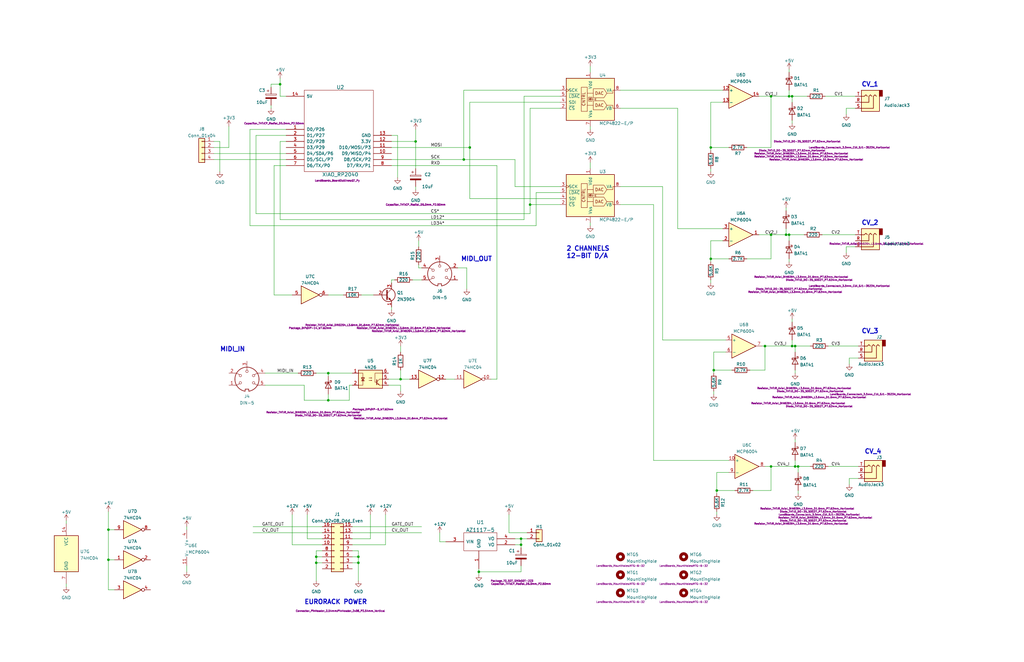
<source format=kicad_sch>
(kicad_sch (version 20211123) (generator eeschema)
  (paper "B")
  (title_block (title "SYNTH MIDI CONTROLLER") (date "2022-09-23") (rev "1") (company "LAND BOARDS LLC") (comment 1 "https://note.com/solder_state/n/n17e028497eba"))
  (junction (at 223.52 86.36))
  (junction (at 300.99 156.21))
  (junction (at 151.13 237.49))
  (junction (at 133.35 234.95))
  (junction (at 175.26 59.69))
  (junction (at 325.12 40.64))
  (junction (at 198.12 62.23))
  (junction (at 334.01 40.64))
  (junction (at 138.43 168.91))
  (junction (at 201.93 241.3))
  (junction (at 332.74 99.06))
  (junction (at 118.11 35.56))
  (junction (at 325.12 196.85))
  (junction (at 45.72 223.52))
  (junction (at 299.72 62.23))
  (junction (at 331.47 99.06))
  (junction (at 151.13 234.95))
  (junction (at 334.01 146.05))
  (junction (at 138.43 157.48))
  (junction (at 335.28 146.05))
  (junction (at 335.28 196.85))
  (junction (at 322.58 146.05))
  (junction (at 336.55 196.85))
  (junction (at 168.91 160.02))
  (junction (at 302.26 207.01))
  (junction (at 219.71 229.87))
  (junction (at 219.71 227.33))
  (junction (at 332.74 40.64))
  (junction (at 133.35 237.49))
  (junction (at 195.58 67.31))
  (junction (at 45.72 236.22))
  (junction (at 299.72 109.22))
  (junction (at 325.12 99.06))
  (wire (pts (xy 138.43 168.91) (xy 138.43 166.37)))
  (wire (pts (xy 279.4 78.74) (xy 279.4 143.51)))
  (wire (pts (xy 120.65 57.15) (xy 107.95 57.15)))
  (wire (pts (xy 123.19 217.17) (xy 123.19 229.87)))
  (wire (pts (xy 151.13 234.95) (xy 151.13 237.49)))
  (wire (pts (xy 163.83 162.56) (xy 168.91 162.56)))
  (wire (pts (xy 45.72 236.22) (xy 48.26 236.22)))
  (wire (pts (xy 217.17 227.33) (xy 219.71 227.33)))
  (wire (pts (xy 347.98 40.64) (xy 360.68 40.64)))
  (wire (pts (xy 128.27 168.91) (xy 138.43 168.91)))
  (wire (pts (xy 165.1 59.69) (xy 175.26 59.69)))
  (wire (pts (xy 148.59 229.87) (xy 162.56 229.87)))
  (wire (pts (xy 322.58 156.21) (xy 322.58 146.05)))
  (wire (pts (xy 308.61 156.21) (xy 300.99 156.21)))
  (wire (pts (xy 331.47 87.63) (xy 331.47 88.9)))
  (wire (pts (xy 92.71 59.69) (xy 92.71 72.39)))
  (wire (pts (xy 217.17 229.87) (xy 219.71 229.87)))
  (wire (pts (xy 147.32 168.91) (xy 147.32 162.56)))
  (wire (pts (xy 261.62 86.36) (xy 275.59 86.36)))
  (wire (pts (xy 299.72 109.22) (xy 299.72 101.6)))
  (wire (pts (xy 78.74 238.76) (xy 78.74 241.3)))
  (wire (pts (xy 335.28 146.05) (xy 335.28 148.59)))
  (wire (pts (xy 332.74 29.21) (xy 332.74 30.48)))
  (wire (pts (xy 196.85 113.03) (xy 196.85 121.92)))
  (wire (pts (xy 138.43 168.91) (xy 147.32 168.91)))
  (wire (pts (xy 356.87 45.72) (xy 360.68 45.72)))
  (wire (pts (xy 201.93 241.3) (xy 219.71 241.3)))
  (wire (pts (xy 114.3 45.72) (xy 114.3 44.45)))
  (wire (pts (xy 248.92 93.98) (xy 248.92 95.25)))
  (wire (pts (xy 148.59 222.25) (xy 177.8 222.25)))
  (wire (pts (xy 176.53 101.6) (xy 176.53 104.14)))
  (wire (pts (xy 152.4 124.46) (xy 157.48 124.46)))
  (wire (pts (xy 118.11 59.69) (xy 118.11 92.71)))
  (wire (pts (xy 27.94 246.38) (xy 27.94 247.65)))
  (wire (pts (xy 334.01 134.62) (xy 334.01 135.89)))
  (wire (pts (xy 261.62 78.74) (xy 279.4 78.74)))
  (wire (pts (xy 309.88 207.01) (xy 302.26 207.01)))
  (wire (pts (xy 307.34 109.22) (xy 299.72 109.22)))
  (wire (pts (xy 356.87 106.68) (xy 356.87 104.14)))
  (wire (pts (xy 176.53 113.03) (xy 177.8 113.03)))
  (wire (pts (xy 358.14 153.67) (xy 358.14 151.13)))
  (wire (pts (xy 335.28 194.31) (xy 335.28 196.85)))
  (wire (pts (xy 325.12 99.06) (xy 331.47 99.06)))
  (wire (pts (xy 168.91 162.56) (xy 168.91 165.1)))
  (wire (pts (xy 162.56 217.17) (xy 162.56 229.87)))
  (wire (pts (xy 185.42 228.6) (xy 187.96 228.6)))
  (wire (pts (xy 223.52 86.36) (xy 223.52 45.72)))
  (wire (pts (xy 135.89 229.87) (xy 123.19 229.87)))
  (wire (pts (xy 332.74 99.06) (xy 332.74 101.6)))
  (wire (pts (xy 107.95 57.15) (xy 107.95 90.17)))
  (wire (pts (xy 214.63 224.79) (xy 214.63 217.17)))
  (wire (pts (xy 118.11 40.64) (xy 118.11 35.56)))
  (wire (pts (xy 336.55 196.85) (xy 336.55 199.39)))
  (wire (pts (xy 317.5 207.01) (xy 325.12 207.01)))
  (wire (pts (xy 148.59 232.41) (xy 151.13 232.41)))
  (wire (pts (xy 336.55 196.85) (xy 341.63 196.85)))
  (wire (pts (xy 334.01 143.51) (xy 334.01 146.05)))
  (wire (pts (xy 118.11 35.56) (xy 118.11 33.02)))
  (wire (pts (xy 45.72 236.22) (xy 45.72 248.92)))
  (wire (pts (xy 325.12 40.64) (xy 332.74 40.64)))
  (wire (pts (xy 358.14 151.13) (xy 361.95 151.13)))
  (wire (pts (xy 118.11 59.69) (xy 120.65 59.69)))
  (wire (pts (xy 335.28 185.42) (xy 335.28 186.69)))
  (wire (pts (xy 45.72 215.9) (xy 45.72 223.52)))
  (wire (pts (xy 248.92 68.58) (xy 248.92 71.12)))
  (wire (pts (xy 299.72 118.11) (xy 299.72 119.38)))
  (wire (pts (xy 299.72 101.6) (xy 304.8 101.6)))
  (wire (pts (xy 217.17 67.31) (xy 195.58 67.31)))
  (wire (pts (xy 201.93 241.3) (xy 201.93 242.57)))
  (wire (pts (xy 118.11 40.64) (xy 120.65 40.64)))
  (wire (pts (xy 115.57 69.85) (xy 115.57 124.46)))
  (wire (pts (xy 106.68 222.25) (xy 135.89 222.25)))
  (wire (pts (xy 314.96 62.23) (xy 325.12 62.23)))
  (wire (pts (xy 321.31 146.05) (xy 322.58 146.05)))
  (wire (pts (xy 135.89 232.41) (xy 133.35 232.41)))
  (wire (pts (xy 147.32 162.56) (xy 148.59 162.56)))
  (wire (pts (xy 356.87 48.26) (xy 356.87 45.72)))
  (wire (pts (xy 198.12 83.82) (xy 198.12 62.23)))
  (wire (pts (xy 358.14 204.47) (xy 358.14 201.93)))
  (wire (pts (xy 48.26 248.92) (xy 45.72 248.92)))
  (wire (pts (xy 322.58 196.85) (xy 325.12 196.85)))
  (wire (pts (xy 45.72 223.52) (xy 45.72 236.22)))
  (wire (pts (xy 219.71 229.87) (xy 219.71 231.14)))
  (wire (pts (xy 135.89 227.33) (xy 129.54 227.33)))
  (wire (pts (xy 133.35 237.49) (xy 135.89 237.49)))
  (wire (pts (xy 118.11 35.56) (xy 114.3 35.56)))
  (wire (pts (xy 334.01 40.64) (xy 334.01 43.18)))
  (wire (pts (xy 299.72 43.18) (xy 304.8 43.18)))
  (wire (pts (xy 279.4 143.51) (xy 306.07 143.51)))
  (wire (pts (xy 138.43 157.48) (xy 138.43 158.75)))
  (wire (pts (xy 223.52 86.36) (xy 236.22 86.36)))
  (wire (pts (xy 168.91 160.02) (xy 172.72 160.02)))
  (wire (pts (xy 275.59 86.36) (xy 275.59 194.31)))
  (wire (pts (xy 332.74 110.49) (xy 332.74 109.22)))
  (wire (pts (xy 187.96 160.02) (xy 191.77 160.02)))
  (wire (pts (xy 115.57 124.46) (xy 123.19 124.46)))
  (wire (pts (xy 90.17 59.69) (xy 92.71 59.69)))
  (wire (pts (xy 285.75 96.52) (xy 304.8 96.52)))
  (wire (pts (xy 176.53 113.03) (xy 176.53 111.76)))
  (wire (pts (xy 165.1 67.31) (xy 195.58 67.31)))
  (wire (pts (xy 334.01 40.64) (xy 340.36 40.64)))
  (wire (pts (xy 151.13 232.41) (xy 151.13 234.95)))
  (wire (pts (xy 299.72 62.23) (xy 299.72 63.5)))
  (wire (pts (xy 236.22 83.82) (xy 198.12 83.82)))
  (wire (pts (xy 300.99 148.59) (xy 306.07 148.59)))
  (wire (pts (xy 165.1 69.85) (xy 209.55 69.85)))
  (wire (pts (xy 163.83 160.02) (xy 168.91 160.02)))
  (wire (pts (xy 148.59 224.79) (xy 177.8 224.79)))
  (wire (pts (xy 220.98 92.71) (xy 220.98 40.64)))
  (wire (pts (xy 90.17 64.77) (xy 120.65 64.77)))
  (wire (pts (xy 322.58 146.05) (xy 334.01 146.05)))
  (wire (pts (xy 275.59 194.31) (xy 307.34 194.31)))
  (wire (pts (xy 325.12 62.23) (xy 325.12 40.64)))
  (wire (pts (xy 335.28 196.85) (xy 336.55 196.85)))
  (wire (pts (xy 299.72 71.12) (xy 299.72 72.39)))
  (wire (pts (xy 133.35 157.48) (xy 138.43 157.48)))
  (wire (pts (xy 165.1 119.38) (xy 165.1 118.11)))
  (wire (pts (xy 302.26 199.39) (xy 307.34 199.39)))
  (wire (pts (xy 195.58 38.1) (xy 195.58 67.31)))
  (wire (pts (xy 133.35 232.41) (xy 133.35 234.95)))
  (wire (pts (xy 168.91 160.02) (xy 168.91 156.21)))
  (wire (pts (xy 165.1 57.15) (xy 167.64 57.15)))
  (wire (pts (xy 207.01 160.02) (xy 209.55 160.02)))
  (wire (pts (xy 261.62 38.1) (xy 304.8 38.1)))
  (wire (pts (xy 118.11 92.71) (xy 220.98 92.71)))
  (wire (pts (xy 138.43 124.46) (xy 144.78 124.46)))
  (wire (pts (xy 325.12 207.01) (xy 325.12 196.85)))
  (wire (pts (xy 107.95 90.17) (xy 223.52 90.17)))
  (wire (pts (xy 78.74 222.25) (xy 78.74 223.52)))
  (wire (pts (xy 198.12 43.18) (xy 236.22 43.18)))
  (wire (pts (xy 302.26 215.9) (xy 302.26 217.17)))
  (wire (pts (xy 217.17 78.74) (xy 217.17 67.31)))
  (wire (pts (xy 331.47 96.52) (xy 331.47 99.06)))
  (wire (pts (xy 175.26 80.01) (xy 175.26 78.74)))
  (wire (pts (xy 45.72 223.52) (xy 48.26 223.52)))
  (wire (pts (xy 325.12 196.85) (xy 335.28 196.85)))
  (wire (pts (xy 220.98 40.64) (xy 236.22 40.64)))
  (wire (pts (xy 105.41 95.25) (xy 226.06 95.25)))
  (wire (pts (xy 185.42 224.79) (xy 185.42 228.6)))
  (wire (pts (xy 332.74 40.64) (xy 334.01 40.64)))
  (wire (pts (xy 223.52 45.72) (xy 236.22 45.72)))
  (wire (pts (xy 248.92 53.34) (xy 248.92 54.61)))
  (wire (pts (xy 222.25 224.79) (xy 214.63 224.79)))
  (wire (pts (xy 105.41 54.61) (xy 105.41 95.25)))
  (wire (pts (xy 300.99 156.21) (xy 300.99 148.59)))
  (wire (pts (xy 165.1 129.54) (xy 165.1 130.81)))
  (wire (pts (xy 335.28 157.48) (xy 335.28 156.21)))
  (wire (pts (xy 133.35 237.49) (xy 133.35 245.11)))
  (wire (pts (xy 325.12 109.22) (xy 325.12 99.06)))
  (wire (pts (xy 226.06 95.25) (xy 226.06 81.28)))
  (wire (pts (xy 332.74 99.06) (xy 339.09 99.06)))
  (wire (pts (xy 331.47 99.06) (xy 332.74 99.06)))
  (wire (pts (xy 138.43 157.48) (xy 148.59 157.48)))
  (wire (pts (xy 314.96 109.22) (xy 325.12 109.22)))
  (wire (pts (xy 114.3 35.56) (xy 114.3 36.83)))
  (wire (pts (xy 156.21 227.33) (xy 156.21 217.17)))
  (wire (pts (xy 201.93 240.03) (xy 201.93 241.3)))
  (wire (pts (xy 111.76 162.56) (xy 128.27 162.56)))
  (wire (pts (xy 219.71 241.3) (xy 219.71 238.76)))
  (wire (pts (xy 219.71 227.33) (xy 222.25 227.33)))
  (wire (pts (xy 334.01 52.07) (xy 334.01 50.8)))
  (wire (pts (xy 358.14 201.93) (xy 361.95 201.93)))
  (wire (pts (xy 151.13 237.49) (xy 151.13 245.11)))
  (wire (pts (xy 334.01 146.05) (xy 335.28 146.05)))
  (wire (pts (xy 316.23 156.21) (xy 322.58 156.21)))
  (wire (pts (xy 349.25 196.85) (xy 361.95 196.85)))
  (wire (pts (xy 219.71 229.87) (xy 219.71 227.33)))
  (wire (pts (xy 302.26 207.01) (xy 302.26 208.28)))
  (wire (pts (xy 133.35 234.95) (xy 135.89 234.95)))
  (wire (pts (xy 175.26 54.61) (xy 175.26 59.69)))
  (wire (pts (xy 299.72 109.22) (xy 299.72 110.49)))
  (wire (pts (xy 320.04 40.64) (xy 325.12 40.64)))
  (wire (pts (xy 128.27 162.56) (xy 128.27 168.91)))
  (wire (pts (xy 133.35 234.95) (xy 133.35 237.49)))
  (wire (pts (xy 193.04 113.03) (xy 196.85 113.03)))
  (wire (pts (xy 148.59 237.49) (xy 151.13 237.49)))
  (wire (pts (xy 106.68 224.79) (xy 135.89 224.79)))
  (wire (pts (xy 120.65 54.61) (xy 105.41 54.61)))
  (wire (pts (xy 168.91 146.05) (xy 168.91 148.59)))
  (wire (pts (xy 300.99 165.1) (xy 300.99 166.37)))
  (wire (pts (xy 165.1 118.11) (xy 166.37 118.11)))
  (wire (pts (xy 302.26 207.01) (xy 302.26 199.39)))
  (wire (pts (xy 96.52 62.23) (xy 96.52 53.34)))
  (wire (pts (xy 165.1 62.23) (xy 198.12 62.23)))
  (wire (pts (xy 167.64 57.15) (xy 167.64 74.93)))
  (wire (pts (xy 236.22 78.74) (xy 217.17 78.74)))
  (wire (pts (xy 349.25 146.05) (xy 361.95 146.05)))
  (wire (pts (xy 223.52 86.36) (xy 223.52 90.17)))
  (wire (pts (xy 285.75 45.72) (xy 285.75 96.52)))
  (wire (pts (xy 320.04 99.06) (xy 325.12 99.06)))
  (wire (pts (xy 356.87 104.14) (xy 360.68 104.14)))
  (wire (pts (xy 261.62 45.72) (xy 285.75 45.72)))
  (wire (pts (xy 148.59 227.33) (xy 156.21 227.33)))
  (wire (pts (xy 299.72 62.23) (xy 299.72 43.18)))
  (wire (pts (xy 129.54 227.33) (xy 129.54 217.17)))
  (wire (pts (xy 336.55 208.28) (xy 336.55 207.01)))
  (wire (pts (xy 90.17 62.23) (xy 96.52 62.23)))
  (wire (pts (xy 148.59 234.95) (xy 151.13 234.95)))
  (wire (pts (xy 90.17 67.31) (xy 120.65 67.31)))
  (wire (pts (xy 300.99 156.21) (xy 300.99 157.48)))
  (wire (pts (xy 209.55 69.85) (xy 209.55 160.02)))
  (wire (pts (xy 125.73 157.48) (xy 111.76 157.48)))
  (wire (pts (xy 226.06 81.28) (xy 236.22 81.28)))
  (wire (pts (xy 120.65 69.85) (xy 115.57 69.85)))
  (wire (pts (xy 307.34 62.23) (xy 299.72 62.23)))
  (wire (pts (xy 335.28 146.05) (xy 341.63 146.05)))
  (wire (pts (xy 248.92 27.94) (xy 248.92 30.48)))
  (wire (pts (xy 175.26 71.12) (xy 175.26 59.69)))
  (wire (pts (xy 173.99 118.11) (xy 177.8 118.11)))
  (wire (pts (xy 332.74 38.1) (xy 332.74 40.64)))
  (wire (pts (xy 195.58 38.1) (xy 236.22 38.1)))
  (wire (pts (xy 198.12 43.18) (xy 198.12 62.23)))
  (wire (pts (xy 27.94 219.71) (xy 27.94 220.98)))
  (wire (pts (xy 346.71 99.06) (xy 360.68 99.06)))
  (text "CV_1" (at 363.22 36.83 0) (effects (font (size 1.905 1.905) (thickness 0.381) bold) (justify left bottom)))
  (text "CV_3" (at 363.22 140.97 0) (effects (font (size 1.905 1.905) (thickness 0.381) bold) (justify left bottom)))
  (text "MIDI_IN" (at 92.71 148.59 0) (effects (font (size 1.905 1.905) (thickness 0.381) bold) (justify left bottom)))
  (text "2 CHANNELS\n12-BIT D/A" (at 238.76 109.22 0) (effects (font (size 1.905 1.905) (thickness 0.381) bold) (justify left bottom)))
  (text "MIDI_OUT" (at 194.31 110.49 0) (effects (font (size 1.905 1.905) (thickness 0.381) bold) (justify left bottom)))
  (text "CV_4" (at 364.49 191.77 0) (effects (font (size 1.905 1.905) (thickness 0.381) bold) (justify left bottom)))
  (text "CV_2" (at 363.22 95.25 0) (effects (font (size 1.905 1.905) (thickness 0.381) bold) (justify left bottom)))
  (text "EURORACK POWER" (at 128.27 255.27 0) (effects (font (size 1.905 1.905) (thickness 0.381) bold) (justify left bottom)))
  (label "CV4" (at 350.52 196.85 0))
  (label "CV2_I" (at 322.58 99.06 0))
  (label "GATE_OUT" (at 110.49 222.25 0))
  (label "RXD" (at 181.61 69.85 0))
  (label "MIDI_IN" (at 116.84 157.48 0))
  (label "CV3" (at 350.52 146.05 0))
  (label "CV_OUT" (at 165.1 224.79 0))
  (label "LD12*" (at 181.61 92.71 0))
  (label "CV_OUT" (at 110.49 224.79 0))
  (label "MOSI" (at 181.61 62.23 0))
  (label "CV4_I" (at 327.66 196.85 0))
  (label "CV3_I" (at 326.39 146.05 0))
  (label "SCK" (at 181.61 67.31 0))
  (label "CV1_I" (at 322.58 40.64 0))
  (label "CV1" (at 351.79 40.64 0))
  (label "CV2" (at 350.52 99.06 0))
  (label "CS*" (at 181.61 90.17 0))
  (label "GATE_OUT" (at 165.1 222.25 0))
  (label "LD34*" (at 181.61 95.25 0))
  (symbol (lib_id "power:GND") (at 167.64 74.93 0) (unit 1)
    (property "Reference" "#PWR0105" (effects hide))
    (property "Value" "GND" (at 167.64 79.4925 0))
  )
  (symbol (lib_id "Device:R") (at 313.69 207.01 90) (unit 1)
    (property "Reference" "R11" (at 313.69 204.47 90))
    (property "Value" "2.7K" (at 313.69 207.01 90))
    (property "Footprint" "Resistor_THT:R_Axial_DIN0204_L3.6mm_D1.6mm_P7.62mm_Horizontal" (at 337.82 220.98 90) (effects (font (size 0.762 0.762))))
    (property "Datasheet" "https://www.mouser.com/ProductDetail/Xicon/299-2.2K-RC?qs=QaPBMFBEHz3RDbXknTj%252ByA%3D%3D" (effects hide))
  )
  (symbol (lib_id "Device:R") (at 311.15 109.22 90) (unit 1)
    (property "Reference" "R6" (at 311.15 106.68 90))
    (property "Value" "2.7K" (at 311.15 109.22 90))
    (property "Footprint" "Resistor_THT:R_Axial_DIN0204_L3.6mm_D1.6mm_P7.62mm_Horizontal" (at 335.28 123.19 90) (effects (font (size 0.762 0.762))))
    (property "Datasheet" "https://www.mouser.com/ProductDetail/Xicon/299-2.2K-RC?qs=QaPBMFBEHz3RDbXknTj%252ByA%3D%3D" (effects hide))
  )
  (symbol (lib_id "74xx:74HC04") (at 180.34 160.02 0) (unit 6)
    (property "Reference" "U7" (at 180.34 152.2435 0))
    (property "Value" "74HC04" (at 180.34 155.0186 0))
    (property "Datasheet" "https://assets.nexperia.com/documents/data-sheet/74HC_HCT04.pdf" (effects hide))
  )
  (symbol (lib_id "Device:D_Schottky") (at 332.74 105.41 270) (unit 1)
    (property "Reference" "D4" (at 334.772 104.184 90) (effects (justify left)))
    (property "Value" "BAT41" (at 334.772 106.9591 90) (effects (justify left)))
    (property "Footprint" "Diode_THT:D_DO-35_SOD27_P7.62mm_Horizontal" (at 332.74 121.92 90) (effects (font (size 0.762 0.762))))
  )
  (symbol (lib_id "power:+5V") (at 176.53 101.6 0) (unit 1)
    (property "Reference" "#PWR0107" (effects hide))
    (property "Value" "+5V" (at 176.53 97.9955 0))
  )
  (symbol (lib_id "Analog_DAC:MCP4822") (at 248.92 40.64 0) (unit 1)
    (property "Reference" "U4" (at 252.73 31.75 0) (effects (justify left)))
    (property "Value" "MCP4822-E/P" (at 252.73 52.07 0) (effects (justify left)))
    (property "Footprint" "Package_DIP:DIP-8_W7.62mm" (effects hide))
    (property "Datasheet" "http://ww1.microchip.com/downloads/en/DeviceDoc/20002249B.pdf" (effects hide))
  )
  (symbol (lib_id "power:GND") (at 196.85 121.92 0) (unit 1)
    (property "Reference" "#PWR0136" (effects hide))
    (property "Value" "GND" (at 196.85 126.4825 0))
  )
  (symbol (lib_id "Device:C_Polarized") (at 219.71 234.95 0) (unit 1)
    (property "Reference" "C1" (at 215.9 232.41 0))
    (property "Value" "10uF" (at 215.9 237.49 0))
    (property "Footprint" "Capacitor_THT:CP_Radial_D5.0mm_P2.50mm" (at 219.71 246.38 0) (effects (font (size 0.762 0.762))))
    (property "Datasheet" "https://www.mouser.com/ProductDetail/140-REA470M1CBK0511P" (effects hide))
  )
  (symbol (lib_id "power:+5V") (at 334.01 134.62 0) (unit 1)
    (property "Reference" "#PWR0110" (effects hide))
    (property "Value" "+5V" (at 334.01 131.0155 0))
  )
  (symbol (lib_id "Analog_DAC:MCP4822") (at 248.92 81.28 0) (unit 1)
    (property "Reference" "U3" (at 252.73 72.39 0) (effects (justify left)))
    (property "Value" "MCP4822-E/P" (at 252.73 92.71 0) (effects (justify left)))
    (property "Footprint" "Package_DIP:DIP-8_W7.62mm" (effects hide))
    (property "Datasheet" "http://ww1.microchip.com/downloads/en/DeviceDoc/20002249B.pdf" (effects hide))
  )
  (symbol (lib_id "Device:R") (at 129.54 157.48 90) (unit 1)
    (property "Reference" "R13" (at 129.54 154.94 90))
    (property "Value" "220" (at 129.54 157.48 90))
    (property "Footprint" "Resistor_THT:R_Axial_DIN0204_L3.6mm_D1.6mm_P7.62mm_Horizontal" (at 132.08 173.99 90) (effects (font (size 0.762 0.762))))
    (property "Datasheet" "https://www.mouser.com/ProductDetail/Xicon/299-2.2K-RC?qs=QaPBMFBEHz3RDbXknTj%252ByA%3D%3D" (effects hide))
  )
  (symbol (lib_id "power:GND") (at 133.35 245.11 0) (unit 1)
    (property "Reference" "#PWR0125" (effects hide))
    (property "Value" "GND" (at 133.35 249.6725 0))
  )
  (symbol (lib_id "power:GND") (at 201.93 242.57 0) (unit 1)
    (property "Reference" "#PWR0135" (effects hide))
    (property "Value" "GND" (at 201.93 247.1325 0))
  )
  (symbol (lib_id "Device:C_Polarized") (at 114.3 40.64 0) (unit 1)
    (property "Reference" "C3" (at 110.49 38.1 0))
    (property "Value" "10uF" (at 110.49 43.18 0))
    (property "Footprint" "Capacitor_THT:CP_Radial_D5.0mm_P2.50mm" (at 115.57 52.07 0) (effects (font (size 0.762 0.762))))
    (property "Datasheet" "https://www.mouser.com/ProductDetail/140-REA470M1CBK0511P" (effects hide))
  )
  (symbol (lib_id "power:GND") (at 358.14 204.47 0) (unit 1)
    (property "Reference" "#PWR0131" (effects hide))
    (property "Value" "GND" (at 358.14 209.0325 0))
  )
  (symbol (lib_id "Connector_Generic:Conn_01x04") (at 85.09 62.23 0) (mirror y) (unit 1)
    (property "Reference" "J8" (at 85.09 54.4535 0))
    (property "Value" "Conn_01x04" (at 85.09 57.2286 0))
  )
  (symbol (lib_id "power:+5V") (at 214.63 217.17 0) (unit 1)
    (property "Reference" "#PWR0134" (effects hide))
    (property "Value" "+5V" (at 214.63 213.5655 0))
  )
  (symbol (lib_id "Connector:DIN-5") (at 104.14 160.02 0) (unit 1)
    (property "Reference" "J4" (at 104.1401 167.2495 0))
    (property "Value" "DIN-5" (at 104.1401 170.0246 0))
    (property "Footprint" "LandBoards_Conns:MIDI_DIN-5" (effects hide))
    (property "Datasheet" "http://www.mouser.com/ds/2/18/40_c091_abd_e-75918.pdf" (effects hide))
  )
  (symbol (lib_id "Amplifier_Operational:MCP6004") (at 312.42 99.06 0) (unit 1)
    (property "Reference" "U6" (at 312.42 90.0135 0))
    (property "Value" "MCP6004" (at 312.42 92.7886 0))
    (property "Footprint" "Package_DIP:DIP-14_W7.62mm" (effects hide))
    (property "Datasheet" "http://ww1.microchip.com/downloads/en/DeviceDoc/21733j.pdf" (effects hide))
  )
  (symbol (lib_id "Mechanical:MountingHole") (at 261.62 242.57 0) (unit 1)
    (property "Reference" "MTG1" (at 264.16 241.6615 0) (effects (justify left)))
    (property "Value" "MountingHole" (at 264.16 244.4366 0) (effects (justify left)))
    (property "Footprint" "LandBoards_MountHoles:MTG-6-32" (at 261.62 246.38 0) (effects (font (size 0.762 0.762))))
  )
  (symbol (lib_id "Amplifier_Operational:MCP6004") (at 81.28 231.14 0) (unit 5)
    (property "Reference" "U6" (at 79.375 230.2315 0) (effects (justify left)))
    (property "Value" "MCP6004" (at 79.375 233.0066 0) (effects (justify left)))
    (property "Footprint" "Package_DIP:DIP-14_W7.62mm" (effects hide))
    (property "Datasheet" "http://ww1.microchip.com/downloads/en/DeviceDoc/21733j.pdf" (effects hide))
  )
  (symbol (lib_id "power:GND") (at 300.99 166.37 0) (unit 1)
    (property "Reference" "#PWR0143" (effects hide))
    (property "Value" "GND" (at 300.99 170.9325 0))
  )
  (symbol (lib_id "Device:R") (at 170.18 118.11 90) (unit 1)
    (property "Reference" "R16" (at 170.18 115.57 90))
    (property "Value" "220" (at 170.18 118.11 90))
    (property "Footprint" "Resistor_THT:R_Axial_DIN0204_L3.6mm_D1.6mm_P7.62mm_Horizontal" (at 170.18 138.43 90) (effects (font (size 0.762 0.762))))
    (property "Datasheet" "https://www.mouser.com/ProductDetail/Xicon/299-2.2K-RC?qs=QaPBMFBEHz3RDbXknTj%252ByA%3D%3D" (effects hide))
  )
  (symbol (lib_id "Device:D_Schottky") (at 331.47 92.71 270) (unit 1)
    (property "Reference" "D3" (at 333.502 91.484 90) (effects (justify left)))
    (property "Value" "BAT41" (at 333.502 94.2591 90) (effects (justify left)))
    (property "Footprint" "Diode_THT:D_DO-35_SOD27_P7.62mm_Horizontal" (at 345.44 118.11 90) (effects (font (size 0.762 0.762))))
  )
  (symbol (lib_id "power:GND") (at 358.14 153.67 0) (unit 1)
    (property "Reference" "#PWR0112" (effects hide))
    (property "Value" "GND" (at 358.14 158.2325 0))
  )
  (symbol (lib_id "power:+5V") (at 45.72 215.9 0) (unit 1)
    (property "Reference" "#PWR0132" (effects hide))
    (property "Value" "+5V" (at 45.72 212.2955 0))
  )
  (symbol (lib_id "power:+5V") (at 331.47 87.63 0) (unit 1)
    (property "Reference" "#PWR0103" (effects hide))
    (property "Value" "+5V" (at 331.47 84.0255 0))
  )
  (symbol (lib_id "power:GND") (at 248.92 95.25 0) (unit 1)
    (property "Reference" "#PWR0144" (effects hide))
    (property "Value" "GND" (at 248.92 99.8125 0))
  )
  (symbol (lib_id "Device:R") (at 345.44 146.05 90) (unit 1)
    (property "Reference" "R3" (at 345.44 143.51 90))
    (property "Value" "220" (at 345.44 146.05 90))
    (property "Footprint" "Resistor_THT:R_Axial_DIN0204_L3.6mm_D1.6mm_P7.62mm_Horizontal" (at 345.44 167.64 90) (effects (font (size 0.762 0.762))))
    (property "Datasheet" "https://www.mouser.com/ProductDetail/Xicon/299-2.2K-RC?qs=QaPBMFBEHz3RDbXknTj%252ByA%3D%3D" (effects hide))
  )
  (symbol (lib_id "Device:D_Schottky") (at 334.01 46.99 270) (unit 1)
    (property "Reference" "D2" (at 336.042 45.764 90) (effects (justify left)))
    (property "Value" "BAT41" (at 336.042 48.5391 90) (effects (justify left)))
    (property "Footprint" "Diode_THT:D_DO-35_SOD27_P7.62mm_Horizontal" (at 334.01 63.5 90) (effects (font (size 0.762 0.762))))
  )
  (symbol (lib_id "Connector:AudioJack3") (at 365.76 43.18 180) (unit 1)
    (property "Reference" "J7" (at 372.8719 41.6365 0) (effects (justify right)))
    (property "Value" "AudioJack3" (at 372.8719 44.4116 0) (effects (justify right)))
    (property "Footprint" "LandBoards_Conns:Jack_3.5mm_CUI_SJ1-3523N_Horizontal" (at 358.14 62.23 0) (effects (font (size 0.762 0.762))))
    (property "Datasheet" "https://www.mouser.com/ProductDetail/490-SJ1-3523N" (effects hide))
  )
  (symbol (lib_id "power:+12V") (at 123.19 217.17 0) (unit 1)
    (property "Reference" "#PWR0129" (effects hide))
    (property "Value" "+12V" (at 123.19 213.5655 0))
  )
  (symbol (lib_id "Amplifier_Operational:MCP6004") (at 314.96 196.85 0) (unit 3)
    (property "Reference" "U6" (at 314.96 187.8035 0))
    (property "Value" "MCP6004" (at 314.96 190.5786 0))
    (property "Footprint" "Package_DIP:DIP-14_W7.62mm" (effects hide))
    (property "Datasheet" "http://ww1.microchip.com/downloads/en/DeviceDoc/21733j.pdf" (effects hide))
  )
  (symbol (lib_id "Isolator:4N26") (at 156.21 160.02 0) (unit 1)
    (property "Reference" "U5" (at 156.21 152.2435 0))
    (property "Value" "4N26" (at 156.21 155.0186 0))
    (property "Footprint" "Package_DIP:DIP-6_W7.62mm" (at 148.59 172.72 0) (effects (font (size 0.762 0.762) italic) (justify left)))
    (property "Datasheet" "https://www.vishay.com/docs/83725/4n25.pdf" (effects hide))
  )
  (symbol (lib_id "Mechanical:MountingHole") (at 288.29 242.57 0) (unit 1)
    (property "Reference" "MTG2" (at 290.83 241.6615 0) (effects (justify left)))
    (property "Value" "MountingHole" (at 290.83 244.4366 0) (effects (justify left)))
    (property "Footprint" "LandBoards_MountHoles:MTG-6-32" (at 288.29 246.38 0) (effects (font (size 0.762 0.762))))
  )
  (symbol (lib_id "Transistor_BJT:2N3904") (at 162.56 124.46 0) (unit 1)
    (property "Reference" "Q1" (at 167.4113 123.5515 0) (effects (justify left)))
    (property "Value" "2N3904" (at 167.4113 126.3266 0) (effects (justify left)))
    (property "Footprint" "Package_TO_SOT_THT:TO-92_Inline" (effects hide))
    (property "Datasheet" "https://www.onsemi.com/pub/Collateral/2N3903-D.PDF" (effects hide))
  )
  (symbol (lib_id "Device:D_Schottky") (at 138.43 162.56 270) (unit 1)
    (property "Reference" "D9" (at 140.97 161.29 90) (effects (justify left)))
    (property "Value" "BAT41" (at 140.97 163.83 90) (effects (justify left)))
    (property "Footprint" "Diode_THT:D_DO-35_SOD27_P7.62mm_Horizontal" (at 138.43 175.26 90) (effects (font (size 0.762 0.762))))
  )
  (symbol (lib_id "LandBoards_Semis:AP1117") (at 204.47 227.33 0) (unit 1)
    (property "Reference" "U1" (at 202.565 220.3861 0) (effects (font (size 1.524 1.524))))
    (property "Value" "AZ1117-5" (at 202.565 223.6651 0) (effects (font (size 1.524 1.524))))
    (property "Footprint" "Package_TO_SOT_SMD:SOT-223" (at 215.9 245.11 0) (effects (font (size 0.762 0.762))))
  )
  (symbol (lib_id "Device:R") (at 311.15 62.23 90) (unit 1)
    (property "Reference" "R7" (at 311.15 64.77 90))
    (property "Value" "2.7K" (at 311.15 62.23 90))
    (property "Footprint" "Resistor_THT:R_Axial_DIN0204_L3.6mm_D1.6mm_P7.62mm_Horizontal" (at 337.82 66.04 90) (effects (font (size 0.762 0.762))))
    (property "Datasheet" "https://www.mouser.com/ProductDetail/Xicon/299-2.2K-RC?qs=QaPBMFBEHz3RDbXknTj%252ByA%3D%3D" (effects hide))
  )
  (symbol (lib_id "Connector_Generic:Conn_01x02") (at 227.33 224.79 0) (unit 1)
    (property "Reference" "H1" (at 226.06 222.25 0) (effects (justify left)))
    (property "Value" "Conn_01x02" (at 224.79 229.87 0) (effects (justify left)))
    (property "Footprint" "Connector_PinHeader_2.54mm:PinHeader_1x02_P2.54mm_Vertical" (effects hide))
  )
  (symbol (lib_id "power:GND") (at 92.71 72.39 0) (unit 1)
    (property "Reference" "#PWR0108" (effects hide))
    (property "Value" "GND" (at 92.71 76.9525 0))
  )
  (symbol (lib_id "Device:R") (at 300.99 161.29 180) (unit 1)
    (property "Reference" "R9" (at 303.53 161.29 90))
    (property "Value" "5.6K" (at 300.99 161.29 90))
    (property "Footprint" "Resistor_THT:R_Axial_DIN0204_L3.6mm_D1.6mm_P7.62mm_Horizontal" (at 339.09 163.83 0) (effects (font (size 0.762 0.762))))
    (property "Datasheet" "https://www.mouser.com/ProductDetail/Xicon/299-2.2K-RC?qs=QaPBMFBEHz3RDbXknTj%252ByA%3D%3D" (effects hide))
  )
  (symbol (lib_id "Device:R") (at 176.53 107.95 180) (unit 1)
    (property "Reference" "R15" (at 173.99 107.95 90))
    (property "Value" "220" (at 176.53 107.95 90))
    (property "Footprint" "Resistor_THT:R_Axial_DIN0204_L3.6mm_D1.6mm_P7.62mm_Horizontal" (at 176.53 139.7 0) (effects (font (size 0.762 0.762))))
    (property "Datasheet" "https://www.mouser.com/ProductDetail/Xicon/299-2.2K-RC?qs=QaPBMFBEHz3RDbXknTj%252ByA%3D%3D" (effects hide))
  )
  (symbol (lib_id "power:GND") (at 335.28 157.48 0) (unit 1)
    (property "Reference" "#PWR0113" (effects hide))
    (property "Value" "GND" (at 335.28 162.0425 0))
  )
  (symbol (lib_id "Device:R") (at 299.72 114.3 180) (unit 1)
    (property "Reference" "R5" (at 302.26 114.3 90))
    (property "Value" "5.6K" (at 299.72 114.3 90))
    (property "Footprint" "Resistor_THT:R_Axial_DIN0204_L3.6mm_D1.6mm_P7.62mm_Horizontal" (at 337.82 116.84 0) (effects (font (size 0.762 0.762))))
    (property "Datasheet" "https://www.mouser.com/ProductDetail/Xicon/299-2.2K-RC?qs=QaPBMFBEHz3RDbXknTj%252ByA%3D%3D" (effects hide))
  )
  (symbol (lib_id "power:GND") (at 302.26 217.17 0) (unit 1)
    (property "Reference" "#PWR0146" (effects hide))
    (property "Value" "GND" (at 302.26 221.7325 0))
  )
  (symbol (lib_id "Device:R") (at 168.91 152.4 180) (unit 1)
    (property "Reference" "R14" (at 166.37 152.4 90))
    (property "Value" "1K" (at 168.91 152.4 90))
    (property "Footprint" "Resistor_THT:R_Axial_DIN0204_L3.6mm_D1.6mm_P7.62mm_Horizontal" (at 168.91 176.53 0) (effects (font (size 0.762 0.762))))
    (property "Datasheet" "https://www.mouser.com/ProductDetail/Xicon/299-2.2K-RC?qs=QaPBMFBEHz3RDbXknTj%252ByA%3D%3D" (effects hide))
  )
  (symbol (lib_id "power:GND") (at 27.94 247.65 0) (unit 1)
    (property "Reference" "#PWR0141" (effects hide))
    (property "Value" "GND" (at 27.94 252.2125 0))
  )
  (symbol (lib_id "Connector:DIN-5") (at 185.42 115.57 0) (mirror y) (unit 1)
    (property "Reference" "J6" (at 185.4199 122.7995 0))
    (property "Value" "DIN-5" (at 185.4199 125.5746 0))
    (property "Footprint" "LandBoards_Conns:MIDI_DIN-5" (effects hide))
    (property "Datasheet" "http://www.mouser.com/ds/2/18/40_c091_abd_e-75918.pdf" (effects hide))
  )
  (symbol (lib_id "power:GND") (at 356.87 106.68 0) (unit 1)
    (property "Reference" "#PWR0102" (effects hide))
    (property "Value" "GND" (at 356.87 111.2425 0))
  )
  (symbol (lib_id "power:GND") (at 299.72 119.38 0) (unit 1)
    (property "Reference" "#PWR0109" (effects hide))
    (property "Value" "GND" (at 299.72 123.9425 0))
  )
  (symbol (lib_id "Connector:AudioJack3") (at 367.03 148.59 180) (unit 1)
    (property "Reference" "J2" (at 369.57 142.24 0) (effects (justify right)))
    (property "Value" "AudioJack3" (at 361.95 153.67 0) (effects (justify right)))
    (property "Footprint" "LandBoards_Conns:Jack_3.5mm_CUI_SJ1-3523N_Horizontal" (at 367.03 166.37 0) (effects (font (size 0.762 0.762))))
    (property "Datasheet" "https://www.mouser.com/ProductDetail/490-SJ1-3523N" (effects hide))
  )
  (symbol (lib_id "74xx:74HC04") (at 55.88 248.92 0) (unit 2)
    (property "Reference" "U7" (at 55.88 241.1435 0))
    (property "Value" "74HC04" (at 55.88 243.9186 0))
    (property "Datasheet" "https://assets.nexperia.com/documents/data-sheet/74HC_HCT04.pdf" (effects hide))
  )
  (symbol (lib_id "Mechanical:MountingHole") (at 261.62 250.19 0) (unit 1)
    (property "Reference" "MTG3" (at 264.16 249.2815 0) (effects (justify left)))
    (property "Value" "MountingHole" (at 264.16 252.0566 0) (effects (justify left)))
    (property "Footprint" "LandBoards_MountHoles:MTG-6-32" (at 261.62 254 0) (effects (font (size 0.762 0.762))))
  )
  (symbol (lib_id "Device:R") (at 345.44 196.85 90) (unit 1)
    (property "Reference" "R4" (at 345.44 194.31 90))
    (property "Value" "220" (at 345.44 196.85 90))
    (property "Footprint" "Resistor_THT:R_Axial_DIN0204_L3.6mm_D1.6mm_P7.62mm_Horizontal" (at 347.98 218.44 90) (effects (font (size 0.762 0.762))))
    (property "Datasheet" "https://www.mouser.com/ProductDetail/Xicon/299-2.2K-RC?qs=QaPBMFBEHz3RDbXknTj%252ByA%3D%3D" (effects hide))
  )
  (symbol (lib_id "power:+5V") (at 118.11 33.02 0) (unit 1)
    (property "Reference" "#PWR0118" (effects hide))
    (property "Value" "+5V" (at 118.11 29.4155 0))
  )
  (symbol (lib_id "Device:R") (at 299.72 67.31 180) (unit 1)
    (property "Reference" "R8" (at 302.26 67.31 90))
    (property "Value" "5.6K" (at 299.72 67.31 90))
    (property "Footprint" "Resistor_THT:R_Axial_DIN0204_L3.6mm_D1.6mm_P7.62mm_Horizontal" (at 337.82 64.77 0) (effects (font (size 0.762 0.762))))
    (property "Datasheet" "https://www.mouser.com/ProductDetail/Xicon/299-2.2K-RC?qs=QaPBMFBEHz3RDbXknTj%252ByA%3D%3D" (effects hide))
  )
  (symbol (lib_id "power:GND") (at 168.91 165.1 0) (unit 1)
    (property "Reference" "#PWR0137" (effects hide))
    (property "Value" "GND" (at 168.91 169.6625 0))
  )
  (symbol (lib_id "power:+3.3V") (at 96.52 53.34 0) (unit 1)
    (property "Reference" "#PWR0111" (effects hide))
    (property "Value" "+3.3V" (at 96.52 49.7355 0))
  )
  (symbol (lib_id "power:GND") (at 165.1 130.81 0) (mirror y) (unit 1)
    (property "Reference" "#PWR0106" (effects hide))
    (property "Value" "GND" (at 165.1 135.3725 0))
  )
  (symbol (lib_id "74xx:74HC04") (at 55.88 223.52 0) (unit 4)
    (property "Reference" "U7" (at 55.88 215.7435 0))
    (property "Value" "74HC04" (at 55.88 218.5186 0))
    (property "Datasheet" "https://assets.nexperia.com/documents/data-sheet/74HC_HCT04.pdf" (effects hide))
  )
  (symbol (lib_id "74xx:74HC04") (at 55.88 236.22 0) (unit 1)
    (property "Reference" "U7" (at 55.88 228.4435 0))
    (property "Value" "74HC04" (at 55.88 231.2186 0))
    (property "Datasheet" "https://assets.nexperia.com/documents/data-sheet/74HC_HCT04.pdf" (effects hide))
  )
  (symbol (lib_id "Device:C_Polarized") (at 175.26 74.93 0) (unit 1)
    (property "Reference" "C2" (at 180.34 73.66 0))
    (property "Value" "10uF" (at 180.34 78.74 0))
    (property "Footprint" "Capacitor_THT:CP_Radial_D5.0mm_P2.50mm" (at 175.26 86.36 0) (effects (font (size 0.762 0.762))))
    (property "Datasheet" "https://www.mouser.com/ProductDetail/140-REA470M1CBK0511P" (effects hide))
  )
  (symbol (lib_id "Amplifier_Operational:MCP6004") (at 313.69 146.05 0) (unit 2)
    (property "Reference" "U6" (at 313.69 137.0035 0))
    (property "Value" "MCP6004" (at 313.69 139.7786 0))
    (property "Footprint" "Package_DIP:DIP-14_W7.62mm" (effects hide))
    (property "Datasheet" "http://ww1.microchip.com/downloads/en/DeviceDoc/21733j.pdf" (effects hide))
  )
  (symbol (lib_id "Device:R") (at 302.26 212.09 180) (unit 1)
    (property "Reference" "R12" (at 304.8 212.09 90))
    (property "Value" "5.6K" (at 302.26 212.09 90))
    (property "Footprint" "Resistor_THT:R_Axial_DIN0204_L3.6mm_D1.6mm_P7.62mm_Horizontal" (at 340.36 214.63 0) (effects (font (size 0.762 0.762))))
    (property "Datasheet" "https://www.mouser.com/ProductDetail/Xicon/299-2.2K-RC?qs=QaPBMFBEHz3RDbXknTj%252ByA%3D%3D" (effects hide))
  )
  (symbol (lib_id "power:GND") (at 175.26 80.01 0) (unit 1)
    (property "Reference" "#PWR0104" (effects hide))
    (property "Value" "GND" (at 175.26 84.5725 0))
  )
  (symbol (lib_id "power:GND") (at 334.01 52.07 0) (unit 1)
    (property "Reference" "#PWR0120" (effects hide))
    (property "Value" "GND" (at 334.01 56.6325 0))
  )
  (symbol (lib_id "power:GND") (at 151.13 245.11 0) (unit 1)
    (property "Reference" "#PWR0124" (effects hide))
    (property "Value" "GND" (at 151.13 249.6725 0))
  )
  (symbol (lib_id "power:+3.3V") (at 248.92 27.94 0) (unit 1)
    (property "Reference" "#PWR0139" (effects hide))
    (property "Value" "+3.3V" (at 248.92 24.13 0))
  )
  (symbol (lib_id "Connector:AudioJack3") (at 367.03 199.39 180) (unit 1)
    (property "Reference" "J3" (at 369.57 193.04 0) (effects (justify right)))
    (property "Value" "AudioJack3" (at 361.95 204.47 0) (effects (justify right)))
    (property "Footprint" "LandBoards_Conns:Jack_3.5mm_CUI_SJ1-3523N_Horizontal" (at 345.44 217.17 0) (effects (font (size 0.762 0.762))))
    (property "Datasheet" "https://www.mouser.com/ProductDetail/490-SJ1-3523N" (effects hide))
  )
  (symbol (lib_id "power:+5V") (at 129.54 217.17 0) (unit 1)
    (property "Reference" "#PWR0128" (effects hide))
    (property "Value" "+5V" (at 129.54 213.5655 0))
  )
  (symbol (lib_id "Mechanical:MountingHole") (at 288.29 250.19 0) (unit 1)
    (property "Reference" "MTG4" (at 290.83 249.2815 0) (effects (justify left)))
    (property "Value" "MountingHole" (at 290.83 252.0566 0) (effects (justify left)))
    (property "Footprint" "LandBoards_MountHoles:MTG-6-32" (at 288.29 254 0) (effects (font (size 0.762 0.762))))
  )
  (symbol (lib_id "Device:R") (at 342.9 99.06 90) (unit 1)
    (property "Reference" "R2" (at 342.9 96.52 90))
    (property "Value" "220" (at 342.9 99.06 90))
    (property "Footprint" "Resistor_THT:R_Axial_DIN0204_L3.6mm_D1.6mm_P7.62mm_Horizontal" (at 369.57 102.87 90) (effects (font (size 0.762 0.762))))
    (property "Datasheet" "https://www.mouser.com/ProductDetail/Xicon/299-2.2K-RC?qs=QaPBMFBEHz3RDbXknTj%252ByA%3D%3D" (effects hide))
  )
  (symbol (lib_id "power:GND") (at 248.92 54.61 0) (unit 1)
    (property "Reference" "#PWR0140" (effects hide))
    (property "Value" "GND" (at 248.92 59.1725 0))
  )
  (symbol (lib_id "Amplifier_Operational:MCP6004") (at 312.42 40.64 0) (unit 4)
    (property "Reference" "U6" (at 312.42 31.5935 0))
    (property "Value" "MCP6004" (at 312.42 34.3686 0))
    (property "Footprint" "Package_DIP:DIP-14_W7.62mm" (effects hide))
    (property "Datasheet" "http://ww1.microchip.com/downloads/en/DeviceDoc/21733j.pdf" (effects hide))
  )
  (symbol (lib_id "74xx:74HC04") (at 27.94 233.68 0) (mirror y) (unit 7)
    (property "Reference" "U7" (at 33.782 232.7715 0) (effects (justify right)))
    (property "Value" "74HC04" (at 33.782 235.5466 0) (effects (justify right)))
    (property "Datasheet" "https://assets.nexperia.com/documents/data-sheet/74HC_HCT04.pdf" (effects hide))
  )
  (symbol (lib_id "Mechanical:MountingHole") (at 261.62 234.95 0) (unit 1)
    (property "Reference" "MTG5" (at 264.16 234.0415 0) (effects (justify left)))
    (property "Value" "MountingHole" (at 264.16 236.8166 0) (effects (justify left)))
    (property "Footprint" "LandBoards_MountHoles:MTG-6-32" (at 261.62 238.76 0) (effects (font (size 0.762 0.762))))
  )
  (symbol (lib_id "Device:R") (at 312.42 156.21 90) (unit 1)
    (property "Reference" "R10" (at 312.42 153.67 90))
    (property "Value" "2.7K" (at 312.42 156.21 90))
    (property "Footprint" "Resistor_THT:R_Axial_DIN0204_L3.6mm_D1.6mm_P7.62mm_Horizontal" (at 336.55 170.18 90) (effects (font (size 0.762 0.762))))
    (property "Datasheet" "https://www.mouser.com/ProductDetail/Xicon/299-2.2K-RC?qs=QaPBMFBEHz3RDbXknTj%252ByA%3D%3D" (effects hide))
  )
  (symbol (lib_id "Device:D_Schottky") (at 336.55 203.2 270) (unit 1)
    (property "Reference" "D8" (at 338.582 201.974 90) (effects (justify left)))
    (property "Value" "BAT41" (at 338.582 204.7491 90) (effects (justify left)))
    (property "Footprint" "Diode_THT:D_DO-35_SOD27_P7.62mm_Horizontal" (at 342.9 219.71 90) (effects (font (size 0.762 0.762))))
  )
  (symbol (lib_id "power:GND") (at 336.55 208.28 0) (unit 1)
    (property "Reference" "#PWR0115" (effects hide))
    (property "Value" "GND" (at 336.55 212.8425 0))
  )
  (symbol (lib_id "Device:D_Schottky") (at 335.28 152.4 270) (unit 1)
    (property "Reference" "D6" (at 337.312 151.174 90) (effects (justify left)))
    (property "Value" "BAT41" (at 337.312 153.9491 90) (effects (justify left)))
    (property "Footprint" "Diode_THT:D_DO-35_SOD27_P7.62mm_Horizontal" (at 345.44 171.45 90) (effects (font (size 0.762 0.762))))
  )
  (symbol (lib_id "74xx:74HC04") (at 199.39 160.02 0) (unit 5)
    (property "Reference" "U7" (at 199.39 152.2435 0))
    (property "Value" "74HC04" (at 199.39 155.0186 0))
    (property "Datasheet" "https://assets.nexperia.com/documents/data-sheet/74HC_HCT04.pdf" (effects hide))
  )
  (symbol (lib_id "power:+12V") (at 162.56 217.17 0) (unit 1)
    (property "Reference" "#PWR0130" (effects hide))
    (property "Value" "+12V" (at 162.56 213.5655 0))
  )
  (symbol (lib_id "74xx:74HC04") (at 130.81 124.46 0) (unit 3)
    (property "Reference" "U7" (at 130.81 116.6835 0))
    (property "Value" "74HC04" (at 130.81 119.4586 0))
    (property "Footprint" "Package_DIP:DIP-14_W7.62mm" (at 130.81 138.43 0) (effects (font (size 0.762 0.762))))
    (property "Datasheet" "https://assets.nexperia.com/documents/data-sheet/74HC_HCT04.pdf" (effects hide))
  )
  (symbol (lib_id "Device:R") (at 344.17 40.64 90) (unit 1)
    (property "Reference" "R1" (at 344.17 38.1 90))
    (property "Value" "220" (at 344.17 40.64 90))
    (property "Footprint" "Resistor_THT:R_Axial_DIN0204_L3.6mm_D1.6mm_P7.62mm_Horizontal" (at 344.17 67.31 90) (effects (font (size 0.762 0.762))))
    (property "Datasheet" "https://www.mouser.com/ProductDetail/Xicon/299-2.2K-RC?qs=QaPBMFBEHz3RDbXknTj%252ByA%3D%3D" (effects hide))
  )
  (symbol (lib_id "power:GND") (at 114.3 45.72 0) (unit 1)
    (property "Reference" "#PWR0119" (effects hide))
    (property "Value" "GND" (at 114.3 50.2825 0))
  )
  (symbol (lib_id "power:+3.3V") (at 168.91 146.05 0) (unit 1)
    (property "Reference" "#PWR0138" (effects hide))
    (property "Value" "+3.3V" (at 168.91 142.4455 0))
  )
  (symbol (lib_id "power:+5V") (at 156.21 217.17 0) (unit 1)
    (property "Reference" "#PWR0127" (effects hide))
    (property "Value" "+5V" (at 156.21 213.5655 0))
  )
  (symbol (lib_id "Device:R") (at 148.59 124.46 270) (mirror x) (unit 1)
    (property "Reference" "R17" (at 148.59 121.92 90))
    (property "Value" "10K" (at 148.59 124.46 90))
    (property "Footprint" "Resistor_THT:R_Axial_DIN0204_L3.6mm_D1.6mm_P7.62mm_Horizontal" (at 148.59 137.16 90) (effects (font (size 0.762 0.762))))
    (property "Datasheet" "https://www.mouser.com/ProductDetail/Xicon/299-2.2K-RC?qs=QaPBMFBEHz3RDbXknTj%252ByA%3D%3D" (effects hide))
  )
  (symbol (lib_id "power:+5V") (at 332.74 29.21 0) (unit 1)
    (property "Reference" "#PWR0117" (effects hide))
    (property "Value" "+5V" (at 332.74 25.6055 0))
  )
  (symbol (lib_id "power:+3.3V") (at 248.92 68.58 0) (unit 1)
    (property "Reference" "#PWR0145" (effects hide))
    (property "Value" "+3.3V" (at 248.92 64.77 0))
  )
  (symbol (lib_id "power:GND") (at 78.74 241.3 0) (unit 1)
    (property "Reference" "#PWR0121" (effects hide))
    (property "Value" "GND" (at 78.74 245.8625 0))
  )
  (symbol (lib_id "power:GND") (at 356.87 48.26 0) (unit 1)
    (property "Reference" "#PWR0114" (effects hide))
    (property "Value" "GND" (at 356.87 52.8225 0))
  )
  (symbol (lib_id "power:GND") (at 332.74 110.49 0) (unit 1)
    (property "Reference" "#PWR0101" (effects hide))
    (property "Value" "GND" (at 332.74 115.0525 0))
  )
  (symbol (lib_id "power:+12V") (at 185.42 224.79 0) (unit 1)
    (property "Reference" "#PWR0133" (effects hide))
    (property "Value" "+12V" (at 185.42 221.1855 0))
  )
  (symbol (lib_id "Connector:AudioJack3") (at 365.76 101.6 180) (unit 1)
    (property "Reference" "J5" (at 372.8719 100.0565 0) (effects (justify right)))
    (property "Value" "AudioJack3" (at 372.8719 102.8316 0) (effects (justify right)))
    (property "Footprint" "LandBoards_Conns:Jack_3.5mm_CUI_SJ1-3523N_Horizontal" (at 358.14 120.65 0) (effects (font (size 0.762 0.762))))
    (property "Datasheet" "https://www.mouser.com/ProductDetail/490-SJ1-3523N" (effects hide))
  )
  (symbol (lib_id "Connector_Generic:Conn_02x08_Odd_Even") (at 143.51 232.41 180) (unit 1)
    (property "Reference" "J1" (at 142.24 217.0135 0))
    (property "Value" "Conn_02x08_Odd_Even" (at 142.24 219.7886 0))
    (property "Footprint" "Connector_PinHeader_2.54mm:PinHeader_2x08_P2.54mm_Vertical" (at 143.51 257.81 0) (effects (font (size 0.762 0.762) bold)))
  )
  (symbol (lib_id "power:+3.3V") (at 175.26 54.61 0) (unit 1)
    (property "Reference" "#PWR0123" (effects hide))
    (property "Value" "+3.3V" (at 175.26 51.0055 0))
  )
  (symbol (lib_id "power:+5V") (at 27.94 219.71 0) (unit 1)
    (property "Reference" "#PWR0142" (effects hide))
    (property "Value" "+5V" (at 27.94 216.1055 0))
  )
  (symbol (lib_id "power:GND") (at 299.72 72.39 0) (unit 1)
    (property "Reference" "#PWR0122" (effects hide))
    (property "Value" "GND" (at 299.72 76.9525 0))
  )
  (symbol (lib_id "Device:D_Schottky") (at 334.01 139.7 270) (unit 1)
    (property "Reference" "D5" (at 336.042 138.474 90) (effects (justify left)))
    (property "Value" "BAT41" (at 336.042 141.2491 90) (effects (justify left)))
    (property "Footprint" "Diode_THT:D_DO-35_SOD27_P7.62mm_Horizontal" (at 341.63 165.1 90) (effects (font (size 0.762 0.762))))
  )
  (symbol (lib_id "Device:D_Schottky") (at 335.28 190.5 270) (unit 1)
    (property "Reference" "D7" (at 337.312 189.274 90) (effects (justify left)))
    (property "Value" "BAT41" (at 337.312 192.0491 90) (effects (justify left)))
    (property "Footprint" "Diode_THT:D_DO-35_SOD27_P7.62mm_Horizontal" (at 342.9 215.9 90) (effects (font (size 0.762 0.762))))
  )
  (symbol (lib_id "power:+5V") (at 78.74 222.25 0) (unit 1)
    (property "Reference" "#PWR0116" (effects hide))
    (property "Value" "+5V" (at 78.74 218.6455 0))
  )
  (symbol (lib_id "power:+5V") (at 335.28 185.42 0) (unit 1)
    (property "Reference" "#PWR0126" (effects hide))
    (property "Value" "+5V" (at 335.28 181.8155 0))
  )
  (symbol (lib_id "Mechanical:MountingHole") (at 288.29 234.95 0) (unit 1)
    (property "Reference" "MTG6" (at 290.83 234.0415 0) (effects (justify left)))
    (property "Value" "MountingHole" (at 290.83 236.8166 0) (effects (justify left)))
    (property "Footprint" "LandBoards_MountHoles:MTG-6-32" (at 288.29 238.76 0) (effects (font (size 0.762 0.762))))
  )
  (symbol (lib_id "LandBoards_Cards:XIAO_RP2040") (at 143.51 62.23 0) (unit 1)
    (property "Reference" "U2" (at 143.51 36.83 0) (effects (font (size 1.524 1.524))))
    (property "Value" "XIAO_RP2040" (at 143.51 73.66 0) (effects (font (size 1.524 1.524))))
    (property "Footprint" "LandBoards_BoardOutlines:QT_Py" (at 142.24 76.2 0) (effects (font (size 0.762 0.762))))
  )
  (symbol (lib_id "Device:D_Schottky") (at 332.74 34.29 270) (unit 1)
    (property "Reference" "D1" (at 334.772 33.064 90) (effects (justify left)))
    (property "Value" "BAT41" (at 334.772 35.8391 90) (effects (justify left)))
    (property "Footprint" "Diode_THT:D_DO-35_SOD27_P7.62mm_Horizontal" (at 340.36 59.69 90) (effects (font (size 0.762 0.762))))
  )
)
</source>
